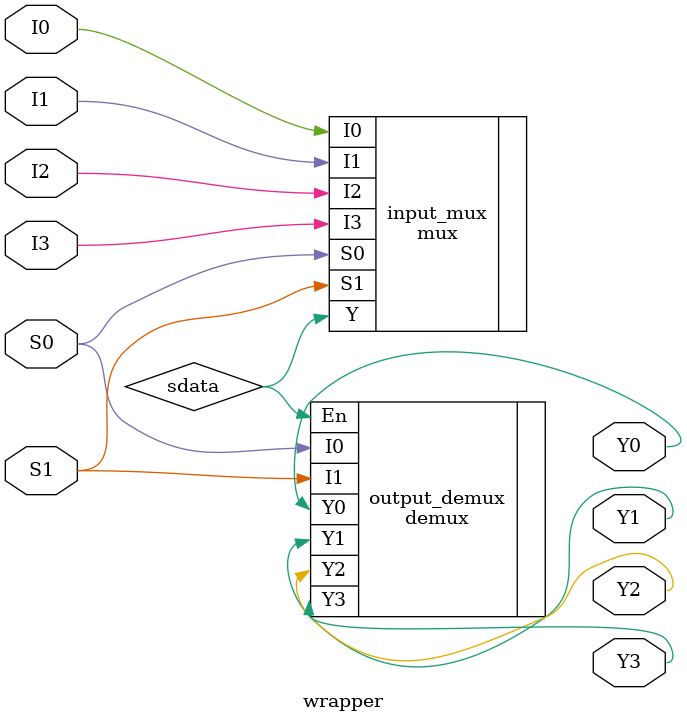
<source format=v>
`timescale 1ns / 1ps


module wrapper(
I0, I1, I2, I3, S0, S1, Y0, Y1, Y2, Y3
    );
 input I3, I2, I1, I0, S1, S0;
 
    output Y0, Y1, Y2, Y3;
    wire sdata;
     
    mux input_mux (
        .I3(I3),
        .I2(I2),
        .I1(I1),
        .I0(I0),
        .S1(S1),
        .S0(S0),
        .Y(sdata)
    );
     
    demux output_demux (
        .En(sdata),
        .I1(S1),
        .I0(S0),
        .Y0(Y0),
        .Y1(Y1),
        .Y2(Y2),
        .Y3(Y3)
    );
endmodule

</source>
